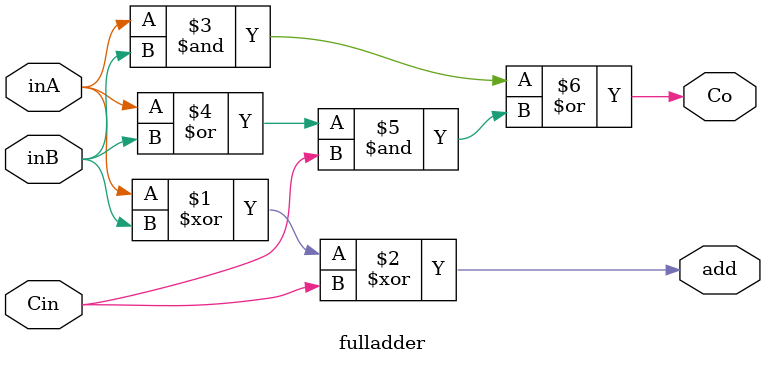
<source format=v>
module fulladder(
        input inA, 
		input inB, 
        input Cin,
        
		output add,
		output Co
 	); 

    assign add = inA ^ inB ^ Cin;
	assign Co = (inA & inB) | ((inA | inB) & Cin);

 endmodule
</source>
